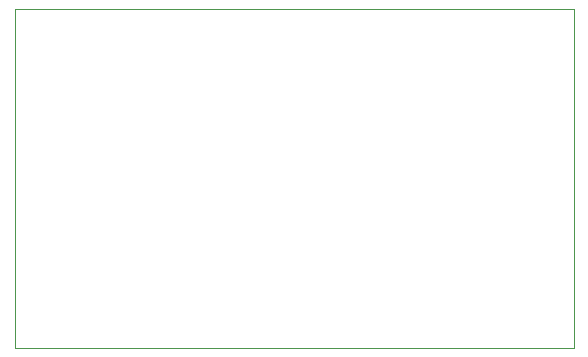
<source format=gko>
G04*
G04 #@! TF.GenerationSoftware,Altium Limited,Altium Designer,21.3.2 (30)*
G04*
G04 Layer_Color=16711935*
%FSLAX25Y25*%
%MOIN*%
G70*
G04*
G04 #@! TF.SameCoordinates,0F953CDF-2D95-4BA3-9E95-2DF240EAF7FD*
G04*
G04*
G04 #@! TF.FilePolarity,Positive*
G04*
G01*
G75*
%ADD30C,0.00394*%
D30*
X368300Y231400D02*
Y344400D01*
Y231400D02*
X554700D01*
Y344400D01*
X368300D02*
X554700D01*
M02*

</source>
